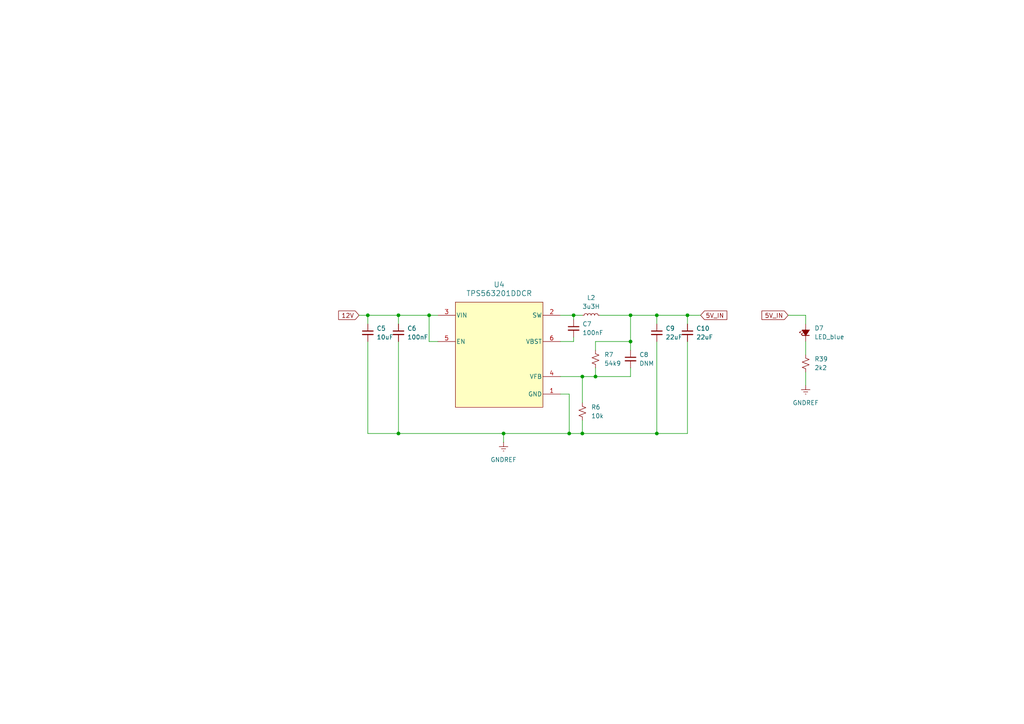
<source format=kicad_sch>
(kicad_sch (version 20250114) (generator "eeschema") (generator_version "9.0")
  (paper "A4")
  (lib_symbols
    (symbol "Device:C_Small" (pin_numbers (hide yes)) (pin_names (offset 0.254) (hide yes))
      (property "Reference" "C" (at 0.254 1.778 0))
      (property "Value" "C_Small" (at 0.254 -2.032 0))
      (symbol "C_Small_0_1"
        (polyline (pts (xy -1.524 0.508) (xy 1.524 0.508)) (stroke (width 0.3048)))
        (polyline (pts (xy -1.524 -0.508) (xy 1.524 -0.508)) (stroke (width 0.3302)))
      )
      (symbol "C_Small_1_1"
        (pin passive line (at 0 2.54 270) (length 2.032) (name "~") (number "1"))
        (pin passive line (at 0 -2.54 90) (length 2.032) (name "~") (number "2"))
      )
    )
    (symbol "Device:LED_Small_Filled" (pin_numbers (hide yes)) (pin_names (offset 0.254) (hide yes))
      (property "Reference" "D" (at -1.27 3.175 0))
      (property "Value" "LED_Small_Filled" (at -4.445 -2.54 0))
      (symbol "LED_Small_Filled_0_1"
        (polyline (pts (xy -0.762 -1.016) (xy -0.762 1.016)) (stroke (width 0.254)))
        (polyline (pts (xy 0 0.762) (xy -0.508 1.27) (xy -0.254 1.27) (xy -0.508 1.27) (xy -0.508 1.016)))
        (polyline (pts (xy 0.508 1.27) (xy 0 1.778) (xy 0.254 1.778) (xy 0 1.778) (xy 0 1.524)))
        (polyline (pts (xy 0.762 -1.016) (xy -0.762 0) (xy 0.762 1.016) (xy 0.762 -1.016)) (stroke (width 0.254)) (fill (type outline)))
        (polyline (pts (xy 1.016 0) (xy -0.762 0)))
      )
      (symbol "LED_Small_Filled_1_1"
        (pin passive line (at -2.54 0 0) (length 1.778) (name "K") (number "1"))
        (pin passive line (at 2.54 0 180) (length 1.778) (name "A") (number "2"))
      )
    )
    (symbol "Device:L_Small" (pin_numbers (hide yes)) (pin_names (offset 0.254) (hide yes))
      (property "Reference" "L" (at 0.762 1.016 0))
      (property "Value" "L_Small" (at 0.762 -1.016 0))
      (symbol "L_Small_0_1"
        (arc (start 0 2.032) (mid 0.5058 1.524) (end 0 1.016))
        (arc (start 0 1.016) (mid 0.5058 0.508) (end 0 0))
        (arc (start 0 0) (mid 0.5058 -0.508) (end 0 -1.016))
        (arc (start 0 -1.016) (mid 0.5058 -1.524) (end 0 -2.032))
      )
      (symbol "L_Small_1_1"
        (pin passive line (at 0 2.54 270) (length 0.508) (name "~") (number "1"))
        (pin passive line (at 0 -2.54 90) (length 0.508) (name "~") (number "2"))
      )
    )
    (symbol "Device:R_Small_US" (pin_numbers (hide yes)) (pin_names (offset 0.254) (hide yes))
      (property "Reference" "R" (at 0.762 0.508 0))
      (property "Value" "R_Small_US" (at 0.762 -1.016 0))
      (symbol "R_Small_US_1_1"
        (polyline (pts (xy 0 1.524) (xy 1.016 1.143) (xy 0 0.762) (xy -1.016 0.381) (xy 0 0)))
        (polyline (pts (xy 0 0) (xy 1.016 -0.381) (xy 0 -0.762) (xy -1.016 -1.143) (xy 0 -1.524)))
        (pin passive line (at 0 2.54 270) (length 1.016) (name "~") (number "1"))
        (pin passive line (at 0 -2.54 90) (length 1.016) (name "~") (number "2"))
      )
    )
    (symbol "Regulator_Switching:TPS563201DDCR" (pin_names (offset 0.254))
      (property "Reference" "U" (at 0 2.54 0))
      (property "Value" "TPS563201DDCR" (at 0 0 0))
      (symbol "TPS563201DDCR_0_1"
        (pin power_in line (at -17.78 10.16 0) (length 5.08) (name "VIN") (number "3"))
        (pin input line (at -17.78 2.54 0) (length 5.08) (name "EN") (number "5"))
        (pin power_in line (at 17.78 10.16 180) (length 5.08) (name "SW") (number "2"))
        (pin power_in line (at 17.78 2.54 180) (length 5.08) (name "VBST") (number "6"))
        (pin input line (at 17.78 -7.62 180) (length 5.08) (name "VFB") (number "4"))
        (pin power_in line (at 17.78 -12.7 180) (length 5.08) (name "GND") (number "1"))
      )
      (symbol "TPS563201DDCR_1_1"
        (rectangle (start -12.7 13.97) (end 12.7 -16.51) (fill (type background)))
      )
    )
    (symbol "power:GNDREF" (power) (pin_numbers (hide yes)) (pin_names (offset 0) (hide yes))
      (property "Value" "GNDREF" (at 0 -3.81 0))
      (symbol "GNDREF_0_1"
        (polyline (pts (xy -0.635 -1.905) (xy 0.635 -1.905)))
        (polyline (pts (xy -0.127 -2.54) (xy 0.127 -2.54)))
        (polyline (pts (xy 0 -1.27) (xy 0 0)))
        (polyline (pts (xy 1.27 -1.27) (xy -1.27 -1.27)))
      )
      (symbol "GNDREF_1_1"
        (pin power_in line (at 0 0 270) (length 0) (name "~") (number "1"))
      )
    )
  )
  (junction (at 106.68 91.44))
  (junction (at 115.57 91.44))
  (junction (at 172.72 109.22))
  (junction (at 199.39 91.44))
  (junction (at 146.05 125.73))
  (junction (at 124.46 91.44))
  (junction (at 168.91 125.73))
  (junction (at 182.88 99.06))
  (junction (at 115.57 125.73))
  (junction (at 168.91 109.22))
  (junction (at 165.1 125.73))
  (junction (at 190.5 91.44))
  (junction (at 182.88 91.44))
  (junction (at 190.5 125.73))
  (junction (at 166.37 91.44))
  (wire (pts (xy 115.57 125.73) (xy 146.05 125.73)))
  (wire (pts (xy 172.72 109.22) (xy 182.88 109.22)))
  (wire (pts (xy 165.1 114.3) (xy 165.1 125.73)))
  (wire (pts (xy 168.91 109.22) (xy 172.72 109.22)))
  (wire (pts (xy 165.1 125.73) (xy 168.91 125.73)))
  (wire (pts (xy 162.56 99.06) (xy 166.37 99.06)))
  (wire (pts (xy 168.91 121.92) (xy 168.91 125.73)))
  (wire (pts (xy 106.68 91.44) (xy 115.57 91.44)))
  (wire (pts (xy 162.56 114.3) (xy 165.1 114.3)))
  (wire (pts (xy 106.68 91.44) (xy 106.68 93.98)))
  (wire (pts (xy 233.68 107.95) (xy 233.68 111.76)))
  (wire (pts (xy 124.46 91.44) (xy 124.46 99.06)))
  (wire (pts (xy 166.37 91.44) (xy 168.91 91.44)))
  (wire (pts (xy 228.6 91.44) (xy 233.68 91.44)))
  (wire (pts (xy 182.88 99.06) (xy 182.88 101.6)))
  (wire (pts (xy 162.56 109.22) (xy 168.91 109.22)))
  (wire (pts (xy 233.68 99.06) (xy 233.68 102.87)))
  (wire (pts (xy 199.39 91.44) (xy 199.39 93.98)))
  (wire (pts (xy 146.05 125.73) (xy 146.05 128.27)))
  (wire (pts (xy 127 91.44) (xy 124.46 91.44)))
  (wire (pts (xy 182.88 91.44) (xy 182.88 99.06)))
  (wire (pts (xy 127 99.06) (xy 124.46 99.06)))
  (wire (pts (xy 162.56 91.44) (xy 166.37 91.44)))
  (wire (pts (xy 115.57 91.44) (xy 124.46 91.44)))
  (wire (pts (xy 168.91 125.73) (xy 190.5 125.73)))
  (wire (pts (xy 233.68 91.44) (xy 233.68 93.98)))
  (wire (pts (xy 190.5 91.44) (xy 190.5 93.98)))
  (wire (pts (xy 106.68 125.73) (xy 115.57 125.73)))
  (wire (pts (xy 182.88 106.68) (xy 182.88 109.22)))
  (wire (pts (xy 190.5 99.06) (xy 190.5 125.73)))
  (wire (pts (xy 106.68 99.06) (xy 106.68 125.73)))
  (wire (pts (xy 199.39 91.44) (xy 203.2 91.44)))
  (wire (pts (xy 190.5 91.44) (xy 199.39 91.44)))
  (wire (pts (xy 115.57 99.06) (xy 115.57 125.73)))
  (wire (pts (xy 168.91 109.22) (xy 168.91 116.84)))
  (wire (pts (xy 115.57 91.44) (xy 115.57 93.98)))
  (wire (pts (xy 166.37 99.06) (xy 166.37 97.79)))
  (wire (pts (xy 199.39 99.06) (xy 199.39 125.73)))
  (wire (pts (xy 190.5 125.73) (xy 199.39 125.73)))
  (wire (pts (xy 104.14 91.44) (xy 106.68 91.44)))
  (wire (pts (xy 173.99 91.44) (xy 182.88 91.44)))
  (wire (pts (xy 166.37 91.44) (xy 166.37 92.71)))
  (wire (pts (xy 182.88 91.44) (xy 190.5 91.44)))
  (wire (pts (xy 146.05 125.73) (xy 165.1 125.73)))
  (wire (pts (xy 172.72 99.06) (xy 182.88 99.06)))
  (wire (pts (xy 172.72 106.68) (xy 172.72 109.22)))
  (wire (pts (xy 172.72 99.06) (xy 172.72 101.6)))
  (global_label "5V_IN" (shape input) (at 228.6 91.44 180) (property "Intersheetrefs" "${INTERSHEET_REFS}" (effects (hide yes))))
  (global_label "5V_IN" (shape input) (at 203.2 91.44 0) (property "Intersheetrefs" "${INTERSHEET_REFS}" (effects (hide yes))))
  (global_label "12V" (shape input) (at 104.14 91.44 180) (property "Intersheetrefs" "${INTERSHEET_REFS}" (effects (hide yes))))
  (symbol (lib_id "power:GNDREF") (at 233.68 111.76 0) (unit 1)
    (property "Reference" "#PWR018" (effects (hide yes)))
    (property "Value" "GNDREF" (at 233.68 116.84 0))
    (property "Description" "Power symbol creates a global label with name \"GNDREF\" , reference supply ground" (effects (hide yes)))
  )
  (symbol (lib_id "Device:C_Small") (at 199.39 96.52 0) (unit 1)
    (property "Reference" "C10" (at 201.93 95.2562 0) (effects (justify left)))
    (property "Value" "22uF" (at 201.93 97.7962 0) (effects (justify left)))
    (property "Description" "Unpolarized capacitor, small symbol" (effects (hide yes)))
  )
  (symbol (lib_id "Device:R_Small_US") (at 233.68 105.41 0) (unit 1)
    (property "Reference" "R39" (at 236.22 104.1399 0) (effects (justify left)))
    (property "Value" "2k2" (at 236.22 106.6799 0) (effects (justify left)))
    (property "Description" "Resistor, small US symbol" (effects (hide yes)))
  )
  (symbol (lib_id "Regulator_Switching:TPS563201DDCR") (at 144.78 101.6 0) (unit 1)
    (property "Reference" "U4" (at 144.78 82.55 0) (effects (font (size 1.524 1.524))))
    (property "Value" "TPS563201DDCR" (at 144.78 85.09 0) (effects (font (size 1.524 1.524))))
    (property "Footprint" "DDC0006A_N" (effects (hide yes)))
    (property "Datasheet" "TPS563201DDCR" (effects (hide yes)))
  )
  (symbol (lib_id "Device:LED_Small_Filled") (at 233.68 96.52 90) (unit 1)
    (property "Reference" "D7" (at 236.22 95.1864 90) (effects (justify right)))
    (property "Value" "LED_blue" (at 236.22 97.7264 90) (effects (justify right)))
    (property "Datasheet" "1mA circa, 0805" (effects (hide yes)))
    (property "Description" "Light emitting diode, small symbol, filled shape" (effects (hide yes)))
    (property "Sim.Pins" "1=K 2=A" (effects (hide yes)))
  )
  (symbol (lib_id "Device:C_Small") (at 182.88 104.14 0) (unit 1)
    (property "Reference" "C8" (at 185.42 102.8762 0) (effects (justify left)))
    (property "Value" "DNM" (at 185.42 105.4162 0) (effects (justify left)))
    (property "Description" "Unpolarized capacitor, small symbol" (effects (hide yes)))
  )
  (symbol (lib_id "Device:R_Small_US") (at 168.91 119.38 0) (unit 1)
    (property "Reference" "R6" (at 171.45 118.1099 0) (effects (justify left)))
    (property "Value" "10k" (at 171.45 120.6499 0) (effects (justify left)))
    (property "Description" "Resistor, small US symbol" (effects (hide yes)))
  )
  (symbol (lib_id "Device:C_Small") (at 106.68 96.52 0) (unit 1)
    (property "Reference" "C5" (at 109.22 95.2562 0) (effects (justify left)))
    (property "Value" "10uF" (at 109.22 97.7962 0) (effects (justify left)))
    (property "Description" "Unpolarized capacitor, small symbol" (effects (hide yes)))
  )
  (symbol (lib_id "Device:L_Small") (at 171.45 91.44 90) (unit 1)
    (property "Reference" "L2" (at 171.45 86.36 90))
    (property "Value" "3u3H" (at 171.45 88.9 90))
    (property "Description" "Inductor, small symbol" (effects (hide yes)))
  )
  (symbol (lib_id "power:GNDREF") (at 146.05 128.27 0) (unit 1)
    (property "Reference" "#PWR08" (effects (hide yes)))
    (property "Value" "GNDREF" (at 146.05 133.35 0))
    (property "Description" "Power symbol creates a global label with name \"GNDREF\" , reference supply ground" (effects (hide yes)))
  )
  (symbol (lib_id "Device:C_Small") (at 190.5 96.52 0) (unit 1)
    (property "Reference" "C9" (at 193.04 95.2562 0) (effects (justify left)))
    (property "Value" "22uF" (at 193.04 97.7962 0) (effects (justify left)))
    (property "Description" "Unpolarized capacitor, small symbol" (effects (hide yes)))
  )
  (symbol (lib_id "Device:C_Small") (at 166.37 95.25 0) (unit 1)
    (property "Reference" "C7" (at 168.91 93.9862 0) (effects (justify left)))
    (property "Value" "100nF" (at 168.91 96.5262 0) (effects (justify left)))
    (property "Description" "Unpolarized capacitor, small symbol" (effects (hide yes)))
  )
  (symbol (lib_id "Device:C_Small") (at 115.57 96.52 0) (unit 1)
    (property "Reference" "C6" (at 118.11 95.2562 0) (effects (justify left)))
    (property "Value" "100nF" (at 118.11 97.7962 0) (effects (justify left)))
    (property "Description" "Unpolarized capacitor, small symbol" (effects (hide yes)))
  )
  (symbol (lib_id "Device:R_Small_US") (at 172.72 104.14 0) (unit 1)
    (property "Reference" "R7" (at 175.26 102.8699 0) (effects (justify left)))
    (property "Value" "54k9" (at 175.26 105.4099 0) (effects (justify left)))
    (property "Description" "Resistor, small US symbol" (effects (hide yes)))
  )
)
</source>
